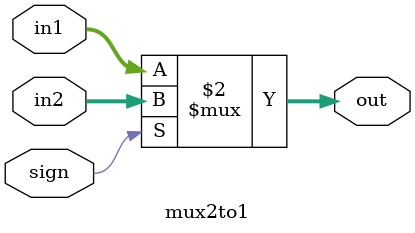
<source format=v>
`timescale 1ns / 1ps


module mux2to1(
    input [31:0] in1,
    input [31:0] in2,
    input sign,
    output [31:0] out
    );
    //¶þÑ¡Ò»
    assign out = (sign == 0)? in1 : in2;
endmodule

</source>
